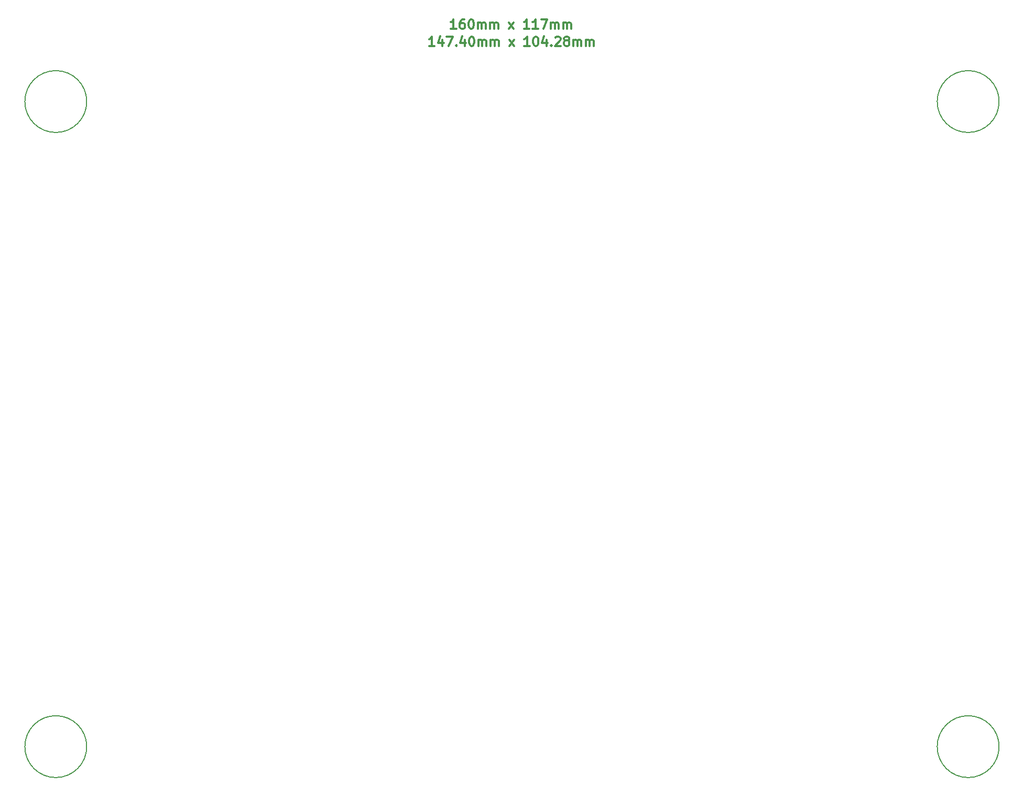
<source format=gbr>
%TF.GenerationSoftware,KiCad,Pcbnew,8.0.6*%
%TF.CreationDate,2025-01-04T02:04:51-08:00*%
%TF.ProjectId,MEP-MAXI-85V-1-REV-2-Interface-Board,4d45502d-4d41-4584-992d-3835562d312d,X1*%
%TF.SameCoordinates,Original*%
%TF.FileFunction,Other,Comment*%
%FSLAX46Y46*%
G04 Gerber Fmt 4.6, Leading zero omitted, Abs format (unit mm)*
G04 Created by KiCad (PCBNEW 8.0.6) date 2025-01-04 02:04:51*
%MOMM*%
%LPD*%
G01*
G04 APERTURE LIST*
%ADD10C,0.300000*%
%ADD11C,0.150000*%
G04 APERTURE END LIST*
D10*
X133059225Y-26230828D02*
X132202082Y-26230828D01*
X132630653Y-26230828D02*
X132630653Y-24730828D01*
X132630653Y-24730828D02*
X132487796Y-24945114D01*
X132487796Y-24945114D02*
X132344939Y-25087971D01*
X132344939Y-25087971D02*
X132202082Y-25159400D01*
X134344939Y-24730828D02*
X134059224Y-24730828D01*
X134059224Y-24730828D02*
X133916367Y-24802257D01*
X133916367Y-24802257D02*
X133844939Y-24873685D01*
X133844939Y-24873685D02*
X133702081Y-25087971D01*
X133702081Y-25087971D02*
X133630653Y-25373685D01*
X133630653Y-25373685D02*
X133630653Y-25945114D01*
X133630653Y-25945114D02*
X133702081Y-26087971D01*
X133702081Y-26087971D02*
X133773510Y-26159400D01*
X133773510Y-26159400D02*
X133916367Y-26230828D01*
X133916367Y-26230828D02*
X134202081Y-26230828D01*
X134202081Y-26230828D02*
X134344939Y-26159400D01*
X134344939Y-26159400D02*
X134416367Y-26087971D01*
X134416367Y-26087971D02*
X134487796Y-25945114D01*
X134487796Y-25945114D02*
X134487796Y-25587971D01*
X134487796Y-25587971D02*
X134416367Y-25445114D01*
X134416367Y-25445114D02*
X134344939Y-25373685D01*
X134344939Y-25373685D02*
X134202081Y-25302257D01*
X134202081Y-25302257D02*
X133916367Y-25302257D01*
X133916367Y-25302257D02*
X133773510Y-25373685D01*
X133773510Y-25373685D02*
X133702081Y-25445114D01*
X133702081Y-25445114D02*
X133630653Y-25587971D01*
X135416367Y-24730828D02*
X135559224Y-24730828D01*
X135559224Y-24730828D02*
X135702081Y-24802257D01*
X135702081Y-24802257D02*
X135773510Y-24873685D01*
X135773510Y-24873685D02*
X135844938Y-25016542D01*
X135844938Y-25016542D02*
X135916367Y-25302257D01*
X135916367Y-25302257D02*
X135916367Y-25659400D01*
X135916367Y-25659400D02*
X135844938Y-25945114D01*
X135844938Y-25945114D02*
X135773510Y-26087971D01*
X135773510Y-26087971D02*
X135702081Y-26159400D01*
X135702081Y-26159400D02*
X135559224Y-26230828D01*
X135559224Y-26230828D02*
X135416367Y-26230828D01*
X135416367Y-26230828D02*
X135273510Y-26159400D01*
X135273510Y-26159400D02*
X135202081Y-26087971D01*
X135202081Y-26087971D02*
X135130652Y-25945114D01*
X135130652Y-25945114D02*
X135059224Y-25659400D01*
X135059224Y-25659400D02*
X135059224Y-25302257D01*
X135059224Y-25302257D02*
X135130652Y-25016542D01*
X135130652Y-25016542D02*
X135202081Y-24873685D01*
X135202081Y-24873685D02*
X135273510Y-24802257D01*
X135273510Y-24802257D02*
X135416367Y-24730828D01*
X136559223Y-26230828D02*
X136559223Y-25230828D01*
X136559223Y-25373685D02*
X136630652Y-25302257D01*
X136630652Y-25302257D02*
X136773509Y-25230828D01*
X136773509Y-25230828D02*
X136987795Y-25230828D01*
X136987795Y-25230828D02*
X137130652Y-25302257D01*
X137130652Y-25302257D02*
X137202081Y-25445114D01*
X137202081Y-25445114D02*
X137202081Y-26230828D01*
X137202081Y-25445114D02*
X137273509Y-25302257D01*
X137273509Y-25302257D02*
X137416366Y-25230828D01*
X137416366Y-25230828D02*
X137630652Y-25230828D01*
X137630652Y-25230828D02*
X137773509Y-25302257D01*
X137773509Y-25302257D02*
X137844938Y-25445114D01*
X137844938Y-25445114D02*
X137844938Y-26230828D01*
X138559223Y-26230828D02*
X138559223Y-25230828D01*
X138559223Y-25373685D02*
X138630652Y-25302257D01*
X138630652Y-25302257D02*
X138773509Y-25230828D01*
X138773509Y-25230828D02*
X138987795Y-25230828D01*
X138987795Y-25230828D02*
X139130652Y-25302257D01*
X139130652Y-25302257D02*
X139202081Y-25445114D01*
X139202081Y-25445114D02*
X139202081Y-26230828D01*
X139202081Y-25445114D02*
X139273509Y-25302257D01*
X139273509Y-25302257D02*
X139416366Y-25230828D01*
X139416366Y-25230828D02*
X139630652Y-25230828D01*
X139630652Y-25230828D02*
X139773509Y-25302257D01*
X139773509Y-25302257D02*
X139844938Y-25445114D01*
X139844938Y-25445114D02*
X139844938Y-26230828D01*
X141559223Y-26230828D02*
X142344938Y-25230828D01*
X141559223Y-25230828D02*
X142344938Y-26230828D01*
X144844938Y-26230828D02*
X143987795Y-26230828D01*
X144416366Y-26230828D02*
X144416366Y-24730828D01*
X144416366Y-24730828D02*
X144273509Y-24945114D01*
X144273509Y-24945114D02*
X144130652Y-25087971D01*
X144130652Y-25087971D02*
X143987795Y-25159400D01*
X146273509Y-26230828D02*
X145416366Y-26230828D01*
X145844937Y-26230828D02*
X145844937Y-24730828D01*
X145844937Y-24730828D02*
X145702080Y-24945114D01*
X145702080Y-24945114D02*
X145559223Y-25087971D01*
X145559223Y-25087971D02*
X145416366Y-25159400D01*
X146773508Y-24730828D02*
X147773508Y-24730828D01*
X147773508Y-24730828D02*
X147130651Y-26230828D01*
X148344936Y-26230828D02*
X148344936Y-25230828D01*
X148344936Y-25373685D02*
X148416365Y-25302257D01*
X148416365Y-25302257D02*
X148559222Y-25230828D01*
X148559222Y-25230828D02*
X148773508Y-25230828D01*
X148773508Y-25230828D02*
X148916365Y-25302257D01*
X148916365Y-25302257D02*
X148987794Y-25445114D01*
X148987794Y-25445114D02*
X148987794Y-26230828D01*
X148987794Y-25445114D02*
X149059222Y-25302257D01*
X149059222Y-25302257D02*
X149202079Y-25230828D01*
X149202079Y-25230828D02*
X149416365Y-25230828D01*
X149416365Y-25230828D02*
X149559222Y-25302257D01*
X149559222Y-25302257D02*
X149630651Y-25445114D01*
X149630651Y-25445114D02*
X149630651Y-26230828D01*
X150344936Y-26230828D02*
X150344936Y-25230828D01*
X150344936Y-25373685D02*
X150416365Y-25302257D01*
X150416365Y-25302257D02*
X150559222Y-25230828D01*
X150559222Y-25230828D02*
X150773508Y-25230828D01*
X150773508Y-25230828D02*
X150916365Y-25302257D01*
X150916365Y-25302257D02*
X150987794Y-25445114D01*
X150987794Y-25445114D02*
X150987794Y-26230828D01*
X150987794Y-25445114D02*
X151059222Y-25302257D01*
X151059222Y-25302257D02*
X151202079Y-25230828D01*
X151202079Y-25230828D02*
X151416365Y-25230828D01*
X151416365Y-25230828D02*
X151559222Y-25302257D01*
X151559222Y-25302257D02*
X151630651Y-25445114D01*
X151630651Y-25445114D02*
X151630651Y-26230828D01*
X129559225Y-28980828D02*
X128702082Y-28980828D01*
X129130653Y-28980828D02*
X129130653Y-27480828D01*
X129130653Y-27480828D02*
X128987796Y-27695114D01*
X128987796Y-27695114D02*
X128844939Y-27837971D01*
X128844939Y-27837971D02*
X128702082Y-27909400D01*
X130844939Y-27980828D02*
X130844939Y-28980828D01*
X130487796Y-27409400D02*
X130130653Y-28480828D01*
X130130653Y-28480828D02*
X131059224Y-28480828D01*
X131487795Y-27480828D02*
X132487795Y-27480828D01*
X132487795Y-27480828D02*
X131844938Y-28980828D01*
X133059223Y-28837971D02*
X133130652Y-28909400D01*
X133130652Y-28909400D02*
X133059223Y-28980828D01*
X133059223Y-28980828D02*
X132987795Y-28909400D01*
X132987795Y-28909400D02*
X133059223Y-28837971D01*
X133059223Y-28837971D02*
X133059223Y-28980828D01*
X134416367Y-27980828D02*
X134416367Y-28980828D01*
X134059224Y-27409400D02*
X133702081Y-28480828D01*
X133702081Y-28480828D02*
X134630652Y-28480828D01*
X135487795Y-27480828D02*
X135630652Y-27480828D01*
X135630652Y-27480828D02*
X135773509Y-27552257D01*
X135773509Y-27552257D02*
X135844938Y-27623685D01*
X135844938Y-27623685D02*
X135916366Y-27766542D01*
X135916366Y-27766542D02*
X135987795Y-28052257D01*
X135987795Y-28052257D02*
X135987795Y-28409400D01*
X135987795Y-28409400D02*
X135916366Y-28695114D01*
X135916366Y-28695114D02*
X135844938Y-28837971D01*
X135844938Y-28837971D02*
X135773509Y-28909400D01*
X135773509Y-28909400D02*
X135630652Y-28980828D01*
X135630652Y-28980828D02*
X135487795Y-28980828D01*
X135487795Y-28980828D02*
X135344938Y-28909400D01*
X135344938Y-28909400D02*
X135273509Y-28837971D01*
X135273509Y-28837971D02*
X135202080Y-28695114D01*
X135202080Y-28695114D02*
X135130652Y-28409400D01*
X135130652Y-28409400D02*
X135130652Y-28052257D01*
X135130652Y-28052257D02*
X135202080Y-27766542D01*
X135202080Y-27766542D02*
X135273509Y-27623685D01*
X135273509Y-27623685D02*
X135344938Y-27552257D01*
X135344938Y-27552257D02*
X135487795Y-27480828D01*
X136630651Y-28980828D02*
X136630651Y-27980828D01*
X136630651Y-28123685D02*
X136702080Y-28052257D01*
X136702080Y-28052257D02*
X136844937Y-27980828D01*
X136844937Y-27980828D02*
X137059223Y-27980828D01*
X137059223Y-27980828D02*
X137202080Y-28052257D01*
X137202080Y-28052257D02*
X137273509Y-28195114D01*
X137273509Y-28195114D02*
X137273509Y-28980828D01*
X137273509Y-28195114D02*
X137344937Y-28052257D01*
X137344937Y-28052257D02*
X137487794Y-27980828D01*
X137487794Y-27980828D02*
X137702080Y-27980828D01*
X137702080Y-27980828D02*
X137844937Y-28052257D01*
X137844937Y-28052257D02*
X137916366Y-28195114D01*
X137916366Y-28195114D02*
X137916366Y-28980828D01*
X138630651Y-28980828D02*
X138630651Y-27980828D01*
X138630651Y-28123685D02*
X138702080Y-28052257D01*
X138702080Y-28052257D02*
X138844937Y-27980828D01*
X138844937Y-27980828D02*
X139059223Y-27980828D01*
X139059223Y-27980828D02*
X139202080Y-28052257D01*
X139202080Y-28052257D02*
X139273509Y-28195114D01*
X139273509Y-28195114D02*
X139273509Y-28980828D01*
X139273509Y-28195114D02*
X139344937Y-28052257D01*
X139344937Y-28052257D02*
X139487794Y-27980828D01*
X139487794Y-27980828D02*
X139702080Y-27980828D01*
X139702080Y-27980828D02*
X139844937Y-28052257D01*
X139844937Y-28052257D02*
X139916366Y-28195114D01*
X139916366Y-28195114D02*
X139916366Y-28980828D01*
X141630651Y-28980828D02*
X142416366Y-27980828D01*
X141630651Y-27980828D02*
X142416366Y-28980828D01*
X144916366Y-28980828D02*
X144059223Y-28980828D01*
X144487794Y-28980828D02*
X144487794Y-27480828D01*
X144487794Y-27480828D02*
X144344937Y-27695114D01*
X144344937Y-27695114D02*
X144202080Y-27837971D01*
X144202080Y-27837971D02*
X144059223Y-27909400D01*
X145844937Y-27480828D02*
X145987794Y-27480828D01*
X145987794Y-27480828D02*
X146130651Y-27552257D01*
X146130651Y-27552257D02*
X146202080Y-27623685D01*
X146202080Y-27623685D02*
X146273508Y-27766542D01*
X146273508Y-27766542D02*
X146344937Y-28052257D01*
X146344937Y-28052257D02*
X146344937Y-28409400D01*
X146344937Y-28409400D02*
X146273508Y-28695114D01*
X146273508Y-28695114D02*
X146202080Y-28837971D01*
X146202080Y-28837971D02*
X146130651Y-28909400D01*
X146130651Y-28909400D02*
X145987794Y-28980828D01*
X145987794Y-28980828D02*
X145844937Y-28980828D01*
X145844937Y-28980828D02*
X145702080Y-28909400D01*
X145702080Y-28909400D02*
X145630651Y-28837971D01*
X145630651Y-28837971D02*
X145559222Y-28695114D01*
X145559222Y-28695114D02*
X145487794Y-28409400D01*
X145487794Y-28409400D02*
X145487794Y-28052257D01*
X145487794Y-28052257D02*
X145559222Y-27766542D01*
X145559222Y-27766542D02*
X145630651Y-27623685D01*
X145630651Y-27623685D02*
X145702080Y-27552257D01*
X145702080Y-27552257D02*
X145844937Y-27480828D01*
X147630651Y-27980828D02*
X147630651Y-28980828D01*
X147273508Y-27409400D02*
X146916365Y-28480828D01*
X146916365Y-28480828D02*
X147844936Y-28480828D01*
X148416364Y-28837971D02*
X148487793Y-28909400D01*
X148487793Y-28909400D02*
X148416364Y-28980828D01*
X148416364Y-28980828D02*
X148344936Y-28909400D01*
X148344936Y-28909400D02*
X148416364Y-28837971D01*
X148416364Y-28837971D02*
X148416364Y-28980828D01*
X149059222Y-27623685D02*
X149130650Y-27552257D01*
X149130650Y-27552257D02*
X149273508Y-27480828D01*
X149273508Y-27480828D02*
X149630650Y-27480828D01*
X149630650Y-27480828D02*
X149773508Y-27552257D01*
X149773508Y-27552257D02*
X149844936Y-27623685D01*
X149844936Y-27623685D02*
X149916365Y-27766542D01*
X149916365Y-27766542D02*
X149916365Y-27909400D01*
X149916365Y-27909400D02*
X149844936Y-28123685D01*
X149844936Y-28123685D02*
X148987793Y-28980828D01*
X148987793Y-28980828D02*
X149916365Y-28980828D01*
X150773507Y-28123685D02*
X150630650Y-28052257D01*
X150630650Y-28052257D02*
X150559221Y-27980828D01*
X150559221Y-27980828D02*
X150487793Y-27837971D01*
X150487793Y-27837971D02*
X150487793Y-27766542D01*
X150487793Y-27766542D02*
X150559221Y-27623685D01*
X150559221Y-27623685D02*
X150630650Y-27552257D01*
X150630650Y-27552257D02*
X150773507Y-27480828D01*
X150773507Y-27480828D02*
X151059221Y-27480828D01*
X151059221Y-27480828D02*
X151202079Y-27552257D01*
X151202079Y-27552257D02*
X151273507Y-27623685D01*
X151273507Y-27623685D02*
X151344936Y-27766542D01*
X151344936Y-27766542D02*
X151344936Y-27837971D01*
X151344936Y-27837971D02*
X151273507Y-27980828D01*
X151273507Y-27980828D02*
X151202079Y-28052257D01*
X151202079Y-28052257D02*
X151059221Y-28123685D01*
X151059221Y-28123685D02*
X150773507Y-28123685D01*
X150773507Y-28123685D02*
X150630650Y-28195114D01*
X150630650Y-28195114D02*
X150559221Y-28266542D01*
X150559221Y-28266542D02*
X150487793Y-28409400D01*
X150487793Y-28409400D02*
X150487793Y-28695114D01*
X150487793Y-28695114D02*
X150559221Y-28837971D01*
X150559221Y-28837971D02*
X150630650Y-28909400D01*
X150630650Y-28909400D02*
X150773507Y-28980828D01*
X150773507Y-28980828D02*
X151059221Y-28980828D01*
X151059221Y-28980828D02*
X151202079Y-28909400D01*
X151202079Y-28909400D02*
X151273507Y-28837971D01*
X151273507Y-28837971D02*
X151344936Y-28695114D01*
X151344936Y-28695114D02*
X151344936Y-28409400D01*
X151344936Y-28409400D02*
X151273507Y-28266542D01*
X151273507Y-28266542D02*
X151202079Y-28195114D01*
X151202079Y-28195114D02*
X151059221Y-28123685D01*
X151987792Y-28980828D02*
X151987792Y-27980828D01*
X151987792Y-28123685D02*
X152059221Y-28052257D01*
X152059221Y-28052257D02*
X152202078Y-27980828D01*
X152202078Y-27980828D02*
X152416364Y-27980828D01*
X152416364Y-27980828D02*
X152559221Y-28052257D01*
X152559221Y-28052257D02*
X152630650Y-28195114D01*
X152630650Y-28195114D02*
X152630650Y-28980828D01*
X152630650Y-28195114D02*
X152702078Y-28052257D01*
X152702078Y-28052257D02*
X152844935Y-27980828D01*
X152844935Y-27980828D02*
X153059221Y-27980828D01*
X153059221Y-27980828D02*
X153202078Y-28052257D01*
X153202078Y-28052257D02*
X153273507Y-28195114D01*
X153273507Y-28195114D02*
X153273507Y-28980828D01*
X153987792Y-28980828D02*
X153987792Y-27980828D01*
X153987792Y-28123685D02*
X154059221Y-28052257D01*
X154059221Y-28052257D02*
X154202078Y-27980828D01*
X154202078Y-27980828D02*
X154416364Y-27980828D01*
X154416364Y-27980828D02*
X154559221Y-28052257D01*
X154559221Y-28052257D02*
X154630650Y-28195114D01*
X154630650Y-28195114D02*
X154630650Y-28980828D01*
X154630650Y-28195114D02*
X154702078Y-28052257D01*
X154702078Y-28052257D02*
X154844935Y-27980828D01*
X154844935Y-27980828D02*
X155059221Y-27980828D01*
X155059221Y-27980828D02*
X155202078Y-28052257D01*
X155202078Y-28052257D02*
X155273507Y-28195114D01*
X155273507Y-28195114D02*
X155273507Y-28980828D01*
D11*
%TO.C,H103*%
X220769000Y-142280000D02*
G75*
G02*
X210769000Y-142280000I-5000000J0D01*
G01*
X210769000Y-142280000D02*
G75*
G02*
X220769000Y-142280000I5000000J0D01*
G01*
%TO.C,H104*%
X73369000Y-142280000D02*
G75*
G02*
X63369000Y-142280000I-5000000J0D01*
G01*
X63369000Y-142280000D02*
G75*
G02*
X73369000Y-142280000I5000000J0D01*
G01*
%TO.C,H101*%
X220769000Y-37980000D02*
G75*
G02*
X210769000Y-37980000I-5000000J0D01*
G01*
X210769000Y-37980000D02*
G75*
G02*
X220769000Y-37980000I5000000J0D01*
G01*
%TO.C,H102*%
X73369000Y-37980000D02*
G75*
G02*
X63369000Y-37980000I-5000000J0D01*
G01*
X63369000Y-37980000D02*
G75*
G02*
X73369000Y-37980000I5000000J0D01*
G01*
%TD*%
M02*

</source>
